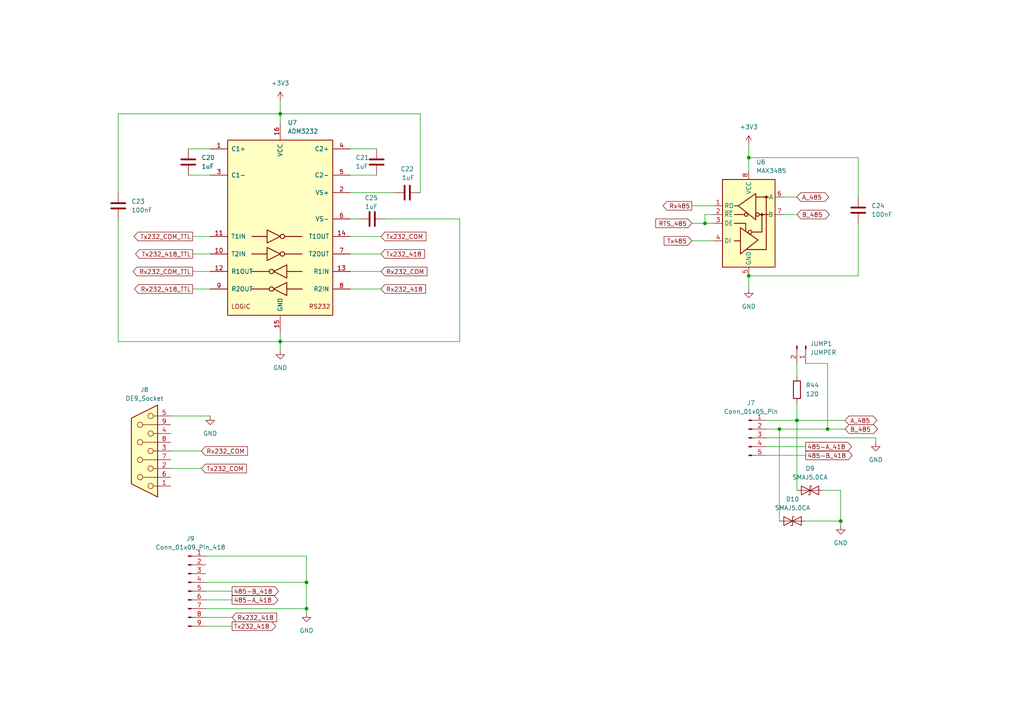
<source format=kicad_sch>
(kicad_sch (version 20250114) (generator "eeschema") (generator_version "9.0")
  (paper "A4")
  (title_block (title "com RS232-485 ") (date "2025-07-26") (rev "V2") (company "TTS") (comment 1 "EP"))
  (lib_symbols
    (symbol "Connector:Conn_01x02_Pin" (pin_names (offset 1.016) (hide yes))
      (property "Reference" "J" (at 0 2.54 0))
      (property "Value" "Conn_01x02_Pin" (at 0 -5.08 0))
      (symbol "Conn_01x02_Pin_1_1"
        (rectangle (start 0.8636 0.127) (end 0 -0.127) (stroke (width 0.1524)) (fill (type outline)))
        (rectangle (start 0.8636 -2.413) (end 0 -2.667) (stroke (width 0.1524)) (fill (type outline)))
        (polyline (pts (xy 1.27 0) (xy 0.8636 0)) (stroke (width 0.1524)))
        (polyline (pts (xy 1.27 -2.54) (xy 0.8636 -2.54)) (stroke (width 0.1524)))
        (pin passive line (at 5.08 0 180) (length 3.81) (name "Pin_1") (number "1"))
        (pin passive line (at 5.08 -2.54 180) (length 3.81) (name "Pin_2") (number "2"))
      )
    )
    (symbol "Connector:Conn_01x05_Pin" (pin_names (offset 1.016) (hide yes))
      (property "Reference" "J" (at 0 7.62 0))
      (property "Value" "Conn_01x05_Pin" (at 0 -7.62 0))
      (symbol "Conn_01x05_Pin_1_1"
        (rectangle (start 0.8636 5.207) (end 0 4.953) (stroke (width 0.1524)) (fill (type outline)))
        (rectangle (start 0.8636 2.667) (end 0 2.413) (stroke (width 0.1524)) (fill (type outline)))
        (rectangle (start 0.8636 0.127) (end 0 -0.127) (stroke (width 0.1524)) (fill (type outline)))
        (rectangle (start 0.8636 -2.413) (end 0 -2.667) (stroke (width 0.1524)) (fill (type outline)))
        (rectangle (start 0.8636 -4.953) (end 0 -5.207) (stroke (width 0.1524)) (fill (type outline)))
        (polyline (pts (xy 1.27 5.08) (xy 0.8636 5.08)) (stroke (width 0.1524)))
        (polyline (pts (xy 1.27 2.54) (xy 0.8636 2.54)) (stroke (width 0.1524)))
        (polyline (pts (xy 1.27 0) (xy 0.8636 0)) (stroke (width 0.1524)))
        (polyline (pts (xy 1.27 -2.54) (xy 0.8636 -2.54)) (stroke (width 0.1524)))
        (polyline (pts (xy 1.27 -5.08) (xy 0.8636 -5.08)) (stroke (width 0.1524)))
        (pin passive line (at 5.08 5.08 180) (length 3.81) (name "Pin_1") (number "1"))
        (pin passive line (at 5.08 2.54 180) (length 3.81) (name "Pin_2") (number "2"))
        (pin passive line (at 5.08 0 180) (length 3.81) (name "Pin_3") (number "3"))
        (pin passive line (at 5.08 -2.54 180) (length 3.81) (name "Pin_4") (number "4"))
        (pin passive line (at 5.08 -5.08 180) (length 3.81) (name "Pin_5") (number "5"))
      )
    )
    (symbol "Connector:Conn_01x09_Pin" (pin_names (offset 1.016) (hide yes))
      (property "Reference" "J" (at 0 12.7 0))
      (property "Value" "Conn_01x09_Pin" (at 0 -12.7 0))
      (symbol "Conn_01x09_Pin_1_1"
        (rectangle (start 0.8636 10.287) (end 0 10.033) (stroke (width 0.1524)) (fill (type outline)))
        (rectangle (start 0.8636 7.747) (end 0 7.493) (stroke (width 0.1524)) (fill (type outline)))
        (rectangle (start 0.8636 5.207) (end 0 4.953) (stroke (width 0.1524)) (fill (type outline)))
        (rectangle (start 0.8636 2.667) (end 0 2.413) (stroke (width 0.1524)) (fill (type outline)))
        (rectangle (start 0.8636 0.127) (end 0 -0.127) (stroke (width 0.1524)) (fill (type outline)))
        (rectangle (start 0.8636 -2.413) (end 0 -2.667) (stroke (width 0.1524)) (fill (type outline)))
        (rectangle (start 0.8636 -4.953) (end 0 -5.207) (stroke (width 0.1524)) (fill (type outline)))
        (rectangle (start 0.8636 -7.493) (end 0 -7.747) (stroke (width 0.1524)) (fill (type outline)))
        (rectangle (start 0.8636 -10.033) (end 0 -10.287) (stroke (width 0.1524)) (fill (type outline)))
        (polyline (pts (xy 1.27 10.16) (xy 0.8636 10.16)) (stroke (width 0.1524)))
        (polyline (pts (xy 1.27 7.62) (xy 0.8636 7.62)) (stroke (width 0.1524)))
        (polyline (pts (xy 1.27 5.08) (xy 0.8636 5.08)) (stroke (width 0.1524)))
        (polyline (pts (xy 1.27 2.54) (xy 0.8636 2.54)) (stroke (width 0.1524)))
        (polyline (pts (xy 1.27 0) (xy 0.8636 0)) (stroke (width 0.1524)))
        (polyline (pts (xy 1.27 -2.54) (xy 0.8636 -2.54)) (stroke (width 0.1524)))
        (polyline (pts (xy 1.27 -5.08) (xy 0.8636 -5.08)) (stroke (width 0.1524)))
        (polyline (pts (xy 1.27 -7.62) (xy 0.8636 -7.62)) (stroke (width 0.1524)))
        (polyline (pts (xy 1.27 -10.16) (xy 0.8636 -10.16)) (stroke (width 0.1524)))
        (pin passive line (at 5.08 10.16 180) (length 3.81) (name "Pin_1") (number "1"))
        (pin passive line (at 5.08 7.62 180) (length 3.81) (name "Pin_2") (number "2"))
        (pin passive line (at 5.08 5.08 180) (length 3.81) (name "Pin_3") (number "3"))
        (pin passive line (at 5.08 2.54 180) (length 3.81) (name "Pin_4") (number "4"))
        (pin passive line (at 5.08 0 180) (length 3.81) (name "Pin_5") (number "5"))
        (pin passive line (at 5.08 -2.54 180) (length 3.81) (name "Pin_6") (number "6"))
        (pin passive line (at 5.08 -5.08 180) (length 3.81) (name "Pin_7") (number "7"))
        (pin passive line (at 5.08 -7.62 180) (length 3.81) (name "Pin_8") (number "8"))
        (pin passive line (at 5.08 -10.16 180) (length 3.81) (name "Pin_9") (number "9"))
      )
    )
    (symbol "Connector:DE9_Socket" (pin_names (offset 1.016) (hide yes))
      (property "Reference" "J" (at 0 13.97 0))
      (property "Value" "DE9_Socket" (at 0 -14.605 0))
      (symbol "DE9_Socket_0_1"
        (polyline (pts (xy -3.81 13.335) (xy -3.81 -13.335) (xy 3.81 -9.525) (xy 3.81 9.525) (xy -3.81 13.335)) (stroke (width 0.254)) (fill (type background)))
        (polyline (pts (xy -3.81 10.16) (xy -2.54 10.16)))
        (polyline (pts (xy -3.81 7.62) (xy 0.508 7.62)))
        (polyline (pts (xy -3.81 5.08) (xy -2.54 5.08)))
        (polyline (pts (xy -3.81 2.54) (xy 0.508 2.54)))
        (polyline (pts (xy -3.81 0) (xy -2.54 0)))
        (polyline (pts (xy -3.81 -2.54) (xy 0.508 -2.54)))
        (polyline (pts (xy -3.81 -5.08) (xy -2.54 -5.08)))
        (polyline (pts (xy -3.81 -7.62) (xy 0.508 -7.62)))
        (polyline (pts (xy -3.81 -10.16) (xy -2.54 -10.16)))
        (circle (center -1.778 10.16) (radius 0.762))
        (circle (center -1.778 5.08) (radius 0.762))
        (circle (center -1.778 0) (radius 0.762))
        (circle (center -1.778 -5.08) (radius 0.762))
        (circle (center -1.778 -10.16) (radius 0.762))
        (circle (center 1.27 7.62) (radius 0.762))
        (circle (center 1.27 2.54) (radius 0.762))
        (circle (center 1.27 -2.54) (radius 0.762))
        (circle (center 1.27 -7.62) (radius 0.762))
      )
      (symbol "DE9_Socket_1_1"
        (pin passive line (at -7.62 10.16 0) (length 3.81) (name "1") (number "1"))
        (pin passive line (at -7.62 7.62 0) (length 3.81) (name "6") (number "6"))
        (pin passive line (at -7.62 5.08 0) (length 3.81) (name "2") (number "2"))
        (pin passive line (at -7.62 2.54 0) (length 3.81) (name "7") (number "7"))
        (pin passive line (at -7.62 0 0) (length 3.81) (name "3") (number "3"))
        (pin passive line (at -7.62 -2.54 0) (length 3.81) (name "8") (number "8"))
        (pin passive line (at -7.62 -5.08 0) (length 3.81) (name "4") (number "4"))
        (pin passive line (at -7.62 -7.62 0) (length 3.81) (name "9") (number "9"))
        (pin passive line (at -7.62 -10.16 0) (length 3.81) (name "5") (number "5"))
      )
    )
    (symbol "Device:C" (pin_numbers (hide yes)) (pin_names (offset 0.254))
      (property "Reference" "C" (at 0.635 2.54 0))
      (property "Value" "C" (at 0.635 -2.54 0))
      (symbol "C_0_1"
        (polyline (pts (xy -2.032 0.762) (xy 2.032 0.762)) (stroke (width 0.508)))
        (polyline (pts (xy -2.032 -0.762) (xy 2.032 -0.762)) (stroke (width 0.508)))
      )
      (symbol "C_1_1"
        (pin passive line (at 0 3.81 270) (length 2.794) (name "~") (number "1"))
        (pin passive line (at 0 -3.81 90) (length 2.794) (name "~") (number "2"))
      )
    )
    (symbol "Device:R" (pin_numbers (hide yes)) (pin_names (offset 0))
      (property "Reference" "R" (at 2.032 0 90))
      (property "Value" "R" (at 0 0 90))
      (symbol "R_0_1"
        (rectangle (start -1.016 -2.54) (end 1.016 2.54) (stroke (width 0.254)))
      )
      (symbol "R_1_1"
        (pin passive line (at 0 3.81 270) (length 1.27) (name "~") (number "1"))
        (pin passive line (at 0 -3.81 90) (length 1.27) (name "~") (number "2"))
      )
    )
    (symbol "Diode:SMAJ5.0CA" (pin_numbers (hide yes)) (pin_names (offset 1.016) (hide yes))
      (property "Reference" "D" (at 0 2.54 0))
      (property "Value" "SMAJ5.0CA" (at 0 -2.54 0))
      (symbol "SMAJ5.0CA_0_1"
        (polyline (pts (xy -2.54 -1.27) (xy 0 0) (xy -2.54 1.27) (xy -2.54 -1.27)) (stroke (width 0.2032)))
        (polyline (pts (xy 0.508 1.27) (xy 0 1.27) (xy 0 -1.27) (xy -0.508 -1.27)) (stroke (width 0.2032)))
        (polyline (pts (xy 1.27 0) (xy -1.27 0)))
        (polyline (pts (xy 2.54 1.27) (xy 2.54 -1.27) (xy 0 0) (xy 2.54 1.27)) (stroke (width 0.2032)))
      )
      (symbol "SMAJ5.0CA_1_1"
        (pin passive line (at -3.81 0 0) (length 2.54) (name "A1") (number "1"))
        (pin passive line (at 3.81 0 180) (length 2.54) (name "A2") (number "2"))
      )
    )
    (symbol "Interface_UART:MAX3232" (pin_names (offset 1.016))
      (property "Reference" "U" (at -2.54 28.575 0))
      (property "Value" "MAX3232" (at -2.54 26.67 0))
      (symbol "MAX3232_0_0"
        (text "LOGIC" (at -11.43 -22.86 0) (effects (font (size 1.27 1.27))))
        (text "RS232" (at 11.43 -22.86 0) (effects (font (size 1.27 1.27))))
      )
      (symbol "MAX3232_0_1"
        (rectangle (start -15.24 -25.4) (end 15.24 25.4) (stroke (width 0.254)) (fill (type background)))
        (polyline (pts (xy -3.81 -0.635) (xy -3.81 -4.445) (xy 0 -2.54) (xy -3.81 -0.635)) (stroke (width 0.254)))
        (polyline (pts (xy -3.81 -2.54) (xy -8.255 -2.54)) (stroke (width 0.254)))
        (polyline (pts (xy -3.81 -5.715) (xy -3.81 -9.525) (xy 0 -7.62) (xy -3.81 -5.715)) (stroke (width 0.254)))
        (polyline (pts (xy -3.81 -7.62) (xy -8.255 -7.62)) (stroke (width 0.254)))
        (polyline (pts (xy -3.175 -12.7) (xy -8.255 -12.7)) (stroke (width 0.254)))
        (polyline (pts (xy -3.175 -17.78) (xy -8.255 -17.78)) (stroke (width 0.254)))
        (circle (center -2.54 -12.7) (radius 0.635) (stroke (width 0.254)))
        (circle (center -2.54 -17.78) (radius 0.635) (stroke (width 0.254)))
        (circle (center 0.635 -2.54) (radius 0.635) (stroke (width 0.254)))
        (circle (center 0.635 -7.62) (radius 0.635) (stroke (width 0.254)))
        (polyline (pts (xy 1.27 -2.54) (xy 6.35 -2.54)) (stroke (width 0.254)))
        (polyline (pts (xy 1.27 -7.62) (xy 6.35 -7.62)) (stroke (width 0.254)))
        (polyline (pts (xy 1.905 -10.795) (xy 1.905 -14.605) (xy -1.905 -12.7) (xy 1.905 -10.795)) (stroke (width 0.254)))
        (polyline (pts (xy 1.905 -12.7) (xy 6.35 -12.7)) (stroke (width 0.254)))
        (polyline (pts (xy 1.905 -15.875) (xy 1.905 -19.685) (xy -1.905 -17.78) (xy 1.905 -15.875)) (stroke (width 0.254)))
        (polyline (pts (xy 1.905 -17.78) (xy 6.35 -17.78)) (stroke (width 0.254)))
      )
      (symbol "MAX3232_1_1"
        (pin passive line (at -20.32 22.86 0) (length 5.08) (name "C1+") (number "1"))
        (pin passive line (at -20.32 15.24 0) (length 5.08) (name "C1-") (number "3"))
        (pin input line (at -20.32 -2.54 0) (length 5.08) (name "T1IN") (number "11"))
        (pin input line (at -20.32 -7.62 0) (length 5.08) (name "T2IN") (number "10"))
        (pin output line (at -20.32 -12.7 0) (length 5.08) (name "R1OUT") (number "12"))
        (pin output line (at -20.32 -17.78 0) (length 5.08) (name "R2OUT") (number "9"))
        (pin power_in line (at 0 30.48 270) (length 5.08) (name "VCC") (number "16"))
        (pin power_in line (at 0 -30.48 90) (length 5.08) (name "GND") (number "15"))
        (pin passive line (at 20.32 22.86 180) (length 5.08) (name "C2+") (number "4"))
        (pin passive line (at 20.32 15.24 180) (length 5.08) (name "C2-") (number "5"))
        (pin power_out line (at 20.32 10.16 180) (length 5.08) (name "VS+") (number "2"))
        (pin power_out line (at 20.32 2.54 180) (length 5.08) (name "VS-") (number "6"))
        (pin output line (at 20.32 -2.54 180) (length 5.08) (name "T1OUT") (number "14"))
        (pin output line (at 20.32 -7.62 180) (length 5.08) (name "T2OUT") (number "7"))
        (pin input line (at 20.32 -12.7 180) (length 5.08) (name "R1IN") (number "13"))
        (pin input line (at 20.32 -17.78 180) (length 5.08) (name "R2IN") (number "8"))
      )
    )
    (symbol "Interface_UART:MAX3485"
      (property "Reference" "U" (at -6.985 13.97 0))
      (property "Value" "MAX3485" (at 1.905 13.97 0))
      (symbol "MAX3485_0_1"
        (rectangle (start -7.62 12.7) (end 7.62 -12.7) (stroke (width 0.254)) (fill (type background)))
        (polyline (pts (xy -4.191 2.54) (xy -1.27 2.54)) (stroke (width 0.254)))
        (polyline (pts (xy -4.191 0) (xy -0.889 0) (xy -0.889 -2.286)) (stroke (width 0.254)))
        (polyline (pts (xy -3.175 5.08) (xy -4.191 5.08) (xy -4.064 5.08)) (stroke (width 0.254)))
        (polyline (pts (xy -2.54 -5.08) (xy -4.191 -5.08)) (stroke (width 0.254)))
        (polyline (pts (xy -2.413 -5.08) (xy -2.413 -1.27) (xy 2.667 -4.826) (xy -2.413 -8.89) (xy -2.413 -5.08)) (stroke (width 0.254)))
        (polyline (pts (xy -0.635 -7.62) (xy 5.08 -7.62)) (stroke (width 0.254)))
        (circle (center 0.381 -2.54) (radius 0.508) (stroke (width 0.254)))
        (polyline (pts (xy 0.889 -2.54) (xy 3.81 -2.54)) (stroke (width 0.254)))
        (polyline (pts (xy 2.032 7.62) (xy 5.715 7.62)) (stroke (width 0.254)))
        (polyline (pts (xy 3.048 2.54) (xy 5.715 2.54)) (stroke (width 0.254)))
        (circle (center 3.81 2.54) (radius 0.2794) (stroke (width 0.254)) (fill (type outline)))
        (polyline (pts (xy 3.81 -2.54) (xy 3.81 2.54)) (stroke (width 0.254)))
        (polyline (pts (xy 5.08 -7.62) (xy 5.08 7.62)) (stroke (width 0.254)))
      )
      (symbol "MAX3485_1_1"
        (circle (center -0.762 2.54) (radius 0.508) (stroke (width 0.254)))
        (polyline (pts (xy 2.032 4.826) (xy 2.032 8.636) (xy -3.048 5.08) (xy 2.032 1.016) (xy 2.032 4.826)) (stroke (width 0.254)))
        (circle (center 2.54 2.54) (radius 0.508) (stroke (width 0.254)))
        (circle (center 5.08 7.62) (radius 0.2794) (stroke (width 0.254)) (fill (type outline)))
        (pin output line (at -10.16 5.08 0) (length 2.54) (name "RO") (number "1"))
        (pin input line (at -10.16 2.54 0) (length 2.54) (name "~{RE}") (number "2"))
        (pin input line (at -10.16 0 0) (length 2.54) (name "DE") (number "3"))
        (pin input line (at -10.16 -5.08 0) (length 2.54) (name "DI") (number "4"))
        (pin power_in line (at 0 15.24 270) (length 2.54) (name "VCC") (number "8"))
        (pin power_in line (at 0 -15.24 90) (length 2.54) (name "GND") (number "5"))
        (pin bidirectional line (at 10.16 7.62 180) (length 2.54) (name "A") (number "6"))
        (pin bidirectional line (at 10.16 2.54 180) (length 2.54) (name "B") (number "7"))
      )
    )
    (symbol "power:+3V3" (power) (pin_numbers (hide yes)) (pin_names (offset 0) (hide yes))
      (property "Value" "+3V3" (at 0 3.556 0))
      (symbol "+3V3_0_1"
        (polyline (pts (xy -0.762 1.27) (xy 0 2.54)))
        (polyline (pts (xy 0 2.54) (xy 0.762 1.27)))
        (polyline (pts (xy 0 0) (xy 0 2.54)))
      )
      (symbol "+3V3_1_1"
        (pin power_in line (at 0 0 90) (length 0) (name "~") (number "1"))
      )
    )
    (symbol "power:GND" (power) (pin_numbers (hide yes)) (pin_names (offset 0) (hide yes))
      (property "Value" "GND" (at 0 -3.81 0))
      (symbol "GND_0_1"
        (polyline (pts (xy 0 0) (xy 0 -1.27) (xy 1.27 -1.27) (xy 0 -2.54) (xy -1.27 -1.27) (xy 0 -1.27)))
      )
      (symbol "GND_1_1"
        (pin power_in line (at 0 0 270) (length 0) (name "~") (number "1"))
      )
    )
  )
  (junction (at 226.06 124.46))
  (junction (at 81.28 33.02))
  (junction (at 217.17 80.01))
  (junction (at 204.47 64.77))
  (junction (at 243.84 151.13))
  (junction (at 88.9 176.53))
  (junction (at 81.28 99.06))
  (junction (at 240.03 124.46))
  (junction (at 217.17 45.72))
  (junction (at 231.14 121.92))
  (junction (at 88.9 168.91))
  (wire (pts (xy 88.9 176.53) (xy 88.9 177.8)))
  (wire (pts (xy 59.69 181.61) (xy 67.31 181.61)))
  (wire (pts (xy 121.92 55.88) (xy 121.92 33.02)))
  (wire (pts (xy 101.6 78.74) (xy 110.49 78.74)))
  (wire (pts (xy 222.25 124.46) (xy 226.06 124.46)))
  (wire (pts (xy 217.17 45.72) (xy 217.17 49.53)))
  (wire (pts (xy 217.17 41.91) (xy 217.17 45.72)))
  (wire (pts (xy 101.6 50.8) (xy 109.22 50.8)))
  (wire (pts (xy 59.69 179.07) (xy 67.31 179.07)))
  (wire (pts (xy 226.06 124.46) (xy 226.06 151.13)))
  (wire (pts (xy 243.84 151.13) (xy 243.84 152.4)))
  (wire (pts (xy 133.35 99.06) (xy 81.28 99.06)))
  (wire (pts (xy 59.69 161.29) (xy 88.9 161.29)))
  (wire (pts (xy 233.68 151.13) (xy 243.84 151.13)))
  (wire (pts (xy 54.61 43.18) (xy 60.96 43.18)))
  (wire (pts (xy 238.76 142.24) (xy 243.84 142.24)))
  (wire (pts (xy 34.29 55.88) (xy 34.29 33.02)))
  (wire (pts (xy 54.61 50.8) (xy 60.96 50.8)))
  (wire (pts (xy 204.47 62.23) (xy 204.47 64.77)))
  (wire (pts (xy 227.33 62.23) (xy 231.14 62.23)))
  (wire (pts (xy 34.29 63.5) (xy 34.29 99.06)))
  (wire (pts (xy 49.53 120.65) (xy 60.96 120.65)))
  (wire (pts (xy 55.88 68.58) (xy 60.96 68.58)))
  (wire (pts (xy 34.29 99.06) (xy 81.28 99.06)))
  (wire (pts (xy 101.6 43.18) (xy 109.22 43.18)))
  (wire (pts (xy 81.28 29.21) (xy 81.28 33.02)))
  (wire (pts (xy 101.6 55.88) (xy 114.3 55.88)))
  (wire (pts (xy 233.68 105.41) (xy 240.03 105.41)))
  (wire (pts (xy 88.9 168.91) (xy 88.9 176.53)))
  (wire (pts (xy 111.76 63.5) (xy 133.35 63.5)))
  (wire (pts (xy 81.28 96.52) (xy 81.28 99.06)))
  (wire (pts (xy 222.25 132.08) (xy 233.68 132.08)))
  (wire (pts (xy 101.6 73.66) (xy 110.49 73.66)))
  (wire (pts (xy 231.14 121.92) (xy 231.14 142.24)))
  (wire (pts (xy 81.28 33.02) (xy 81.28 35.56)))
  (wire (pts (xy 200.66 69.85) (xy 207.01 69.85)))
  (wire (pts (xy 59.69 176.53) (xy 88.9 176.53)))
  (wire (pts (xy 222.25 129.54) (xy 233.68 129.54)))
  (wire (pts (xy 101.6 83.82) (xy 110.49 83.82)))
  (wire (pts (xy 254 128.27) (xy 254 127)))
  (wire (pts (xy 59.69 171.45) (xy 67.31 171.45)))
  (wire (pts (xy 49.53 130.81) (xy 58.42 130.81)))
  (wire (pts (xy 204.47 64.77) (xy 207.01 64.77)))
  (wire (pts (xy 248.92 45.72) (xy 217.17 45.72)))
  (wire (pts (xy 88.9 161.29) (xy 88.9 168.91)))
  (wire (pts (xy 226.06 124.46) (xy 240.03 124.46)))
  (wire (pts (xy 248.92 64.77) (xy 248.92 80.01)))
  (wire (pts (xy 55.88 78.74) (xy 60.96 78.74)))
  (wire (pts (xy 207.01 62.23) (xy 204.47 62.23)))
  (wire (pts (xy 222.25 121.92) (xy 231.14 121.92)))
  (wire (pts (xy 59.69 173.99) (xy 67.31 173.99)))
  (wire (pts (xy 231.14 121.92) (xy 245.11 121.92)))
  (wire (pts (xy 101.6 63.5) (xy 104.14 63.5)))
  (wire (pts (xy 55.88 83.82) (xy 60.96 83.82)))
  (wire (pts (xy 101.6 68.58) (xy 110.49 68.58)))
  (wire (pts (xy 81.28 99.06) (xy 81.28 101.6)))
  (wire (pts (xy 240.03 124.46) (xy 245.11 124.46)))
  (wire (pts (xy 121.92 33.02) (xy 81.28 33.02)))
  (wire (pts (xy 34.29 33.02) (xy 81.28 33.02)))
  (wire (pts (xy 248.92 57.15) (xy 248.92 45.72)))
  (wire (pts (xy 227.33 57.15) (xy 231.14 57.15)))
  (wire (pts (xy 133.35 63.5) (xy 133.35 99.06)))
  (wire (pts (xy 217.17 80.01) (xy 217.17 83.82)))
  (wire (pts (xy 49.53 135.89) (xy 58.42 135.89)))
  (wire (pts (xy 200.66 64.77) (xy 204.47 64.77)))
  (wire (pts (xy 55.88 73.66) (xy 60.96 73.66)))
  (wire (pts (xy 231.14 105.41) (xy 231.14 109.22)))
  (wire (pts (xy 231.14 116.84) (xy 231.14 121.92)))
  (wire (pts (xy 243.84 142.24) (xy 243.84 151.13)))
  (wire (pts (xy 200.66 59.69) (xy 207.01 59.69)))
  (wire (pts (xy 240.03 105.41) (xy 240.03 124.46)))
  (wire (pts (xy 59.69 168.91) (xy 88.9 168.91)))
  (wire (pts (xy 254 127) (xy 222.25 127)))
  (wire (pts (xy 248.92 80.01) (xy 217.17 80.01)))
  (global_label "Tx232_COM_TTL" (shape output) (at 55.88 68.58 180) (property "Intersheetrefs" "${INTERSHEET_REFS}" (effects (hide yes))))
  (global_label "A_485" (shape bidirectional) (at 231.14 57.15 0) (property "Intersheetrefs" "${INTERSHEET_REFS}" (effects (hide yes))))
  (global_label "Tx232_418" (shape output) (at 67.31 181.61 0) (property "Intersheetrefs" "${INTERSHEET_REFS}" (effects (hide yes))))
  (global_label "Tx485" (shape input) (at 200.66 69.85 180) (property "Intersheetrefs" "${INTERSHEET_REFS}" (effects (hide yes))))
  (global_label "B_485" (shape bidirectional) (at 231.14 62.23 0) (property "Intersheetrefs" "${INTERSHEET_REFS}" (effects (hide yes))))
  (global_label "Rx232_COM" (shape input) (at 110.49 78.74 0) (property "Intersheetrefs" "${INTERSHEET_REFS}" (effects (hide yes))))
  (global_label "B_485" (shape bidirectional) (at 245.11 124.46 0) (property "Intersheetrefs" "${INTERSHEET_REFS}" (effects (hide yes))))
  (global_label "485-A_418" (shape output) (at 233.68 129.54 0) (property "Intersheetrefs" "${INTERSHEET_REFS}" (effects (hide yes))))
  (global_label "RTS_485" (shape input) (at 200.66 64.77 180) (property "Intersheetrefs" "${INTERSHEET_REFS}" (effects (hide yes))))
  (global_label "Rx485" (shape output) (at 200.66 59.69 180) (property "Intersheetrefs" "${INTERSHEET_REFS}" (effects (hide yes))))
  (global_label "485-A_418" (shape output) (at 67.31 173.99 0) (property "Intersheetrefs" "${INTERSHEET_REFS}" (effects (hide yes))))
  (global_label "Rx232_418" (shape input) (at 110.49 83.82 0) (property "Intersheetrefs" "${INTERSHEET_REFS}" (effects (hide yes))))
  (global_label "485-B_418" (shape output) (at 67.31 171.45 0) (property "Intersheetrefs" "${INTERSHEET_REFS}" (effects (hide yes))))
  (global_label "Rx232_COM_TTL" (shape output) (at 55.88 78.74 180) (property "Intersheetrefs" "${INTERSHEET_REFS}" (effects (hide yes))))
  (global_label "Tx232_418_TTL" (shape output) (at 55.88 73.66 180) (property "Intersheetrefs" "${INTERSHEET_REFS}" (effects (hide yes))))
  (global_label "Tx232_418" (shape input) (at 110.49 73.66 0) (property "Intersheetrefs" "${INTERSHEET_REFS}" (effects (hide yes))))
  (global_label "Rx232_COM" (shape input) (at 58.42 130.81 0) (property "Intersheetrefs" "${INTERSHEET_REFS}" (effects (hide yes))))
  (global_label "Tx232_COM" (shape input) (at 110.49 68.58 0) (property "Intersheetrefs" "${INTERSHEET_REFS}" (effects (hide yes))))
  (global_label "Rx232_418" (shape input) (at 67.31 179.07 0) (property "Intersheetrefs" "${INTERSHEET_REFS}" (effects (hide yes))))
  (global_label "Rx232_418_TTL" (shape output) (at 55.88 83.82 180) (property "Intersheetrefs" "${INTERSHEET_REFS}" (effects (hide yes))))
  (global_label "Tx232_COM" (shape input) (at 58.42 135.89 0) (property "Intersheetrefs" "${INTERSHEET_REFS}" (effects (hide yes))))
  (global_label "485-B_418" (shape output) (at 233.68 132.08 0) (property "Intersheetrefs" "${INTERSHEET_REFS}" (effects (hide yes))))
  (global_label "A_485" (shape bidirectional) (at 245.11 121.92 0) (property "Intersheetrefs" "${INTERSHEET_REFS}" (effects (hide yes))))
  (symbol (lib_id "power:GND") (at 217.17 83.82 0) (unit 1)
    (property "Reference" "#PWR049" (effects (hide yes)))
    (property "Value" "GND" (at 217.17 88.9 0))
    (property "Description" "Power symbol creates a global label with name \"GND\" , ground" (effects (hide yes)))
  )
  (symbol (lib_id "Device:C") (at 109.22 46.99 0) (unit 1)
    (property "Reference" "C21" (at 103.124 45.72 0) (effects (justify left)))
    (property "Value" "1uF" (at 103.124 48.26 0) (effects (justify left)))
    (property "Footprint" "Capacitor_SMD:C_0805_2012Metric_Pad1.18x1.45mm_HandSolder" (effects (hide yes)))
    (property "Description" "Unpolarized capacitor" (effects (hide yes)))
  )
  (symbol (lib_id "Diode:SMAJ5.0CA") (at 234.95 142.24 0) (unit 1)
    (property "Reference" "D9" (at 234.95 135.89 0))
    (property "Value" "SMAJ5.0CA" (at 234.95 138.43 0))
    (property "Footprint" "Diode_SMD:D_SMA" (effects (hide yes)))
    (property "Datasheet" "https://www.littelfuse.com/media?resourcetype=datasheets&itemid=75e32973-b177-4ee3-a0ff-cedaf1abdb93&filename=smaj-datasheet" (effects (hide yes)))
    (property "Description" "400W bidirectional Transient Voltage Suppressor, 5.0Vr, SMA(DO-214AC)" (effects (hide yes)))
  )
  (symbol (lib_id "Interface_UART:MAX3232") (at 81.28 66.04 0) (unit 1)
    (property "Reference" "U7" (at 83.4233 35.56 0) (effects (justify left)))
    (property "Value" "ADM3232" (at 83.4233 38.1 0) (effects (justify left)))
    (property "Footprint" "Package_SO:SOP-16_4.4x10.4mm_P1.27mm" (effects (hide yes)))
    (property "Datasheet" "https://datasheets.maximintegrated.com/en/ds/MAX3222-MAX3241.pdf" (effects (hide yes)))
    (property "Description" "3.0V to 5.5V, Low-Power, up to 1Mbps, True RS-232 Transceivers Using Four 0.1μF External Capacitors" (effects (hide yes)))
  )
  (symbol (lib_id "Interface_UART:MAX3485") (at 217.17 64.77 0) (unit 1)
    (property "Reference" "U6" (at 219.3133 46.99 0) (effects (justify left)))
    (property "Value" "MAX3485" (at 219.3133 49.53 0) (effects (justify left)))
    (property "Footprint" "Package_SO:SOIC-8_3.9x4.9mm_P1.27mm" (effects (hide yes)))
    (property "Datasheet" "https://datasheets.maximintegrated.com/en/ds/MAX3483-MAX3491.pdf" (effects (hide yes)))
    (property "Description" "True RS-485/RS-422, 10Mbps, Slew-Rate Limited, with low-power shutdown, with receiver/driver enable, 32 receiver drive capacitity, DIP-8 and SOIC-8" (effects (hide yes)))
  )
  (symbol (lib_id "Device:C") (at 107.95 63.5 90) (unit 1)
    (property "Reference" "C25" (at 107.696 57.404 90))
    (property "Value" "1uF" (at 107.696 59.944 90))
    (property "Footprint" "Capacitor_SMD:C_0805_2012Metric_Pad1.18x1.45mm_HandSolder" (effects (hide yes)))
    (property "Description" "Unpolarized capacitor" (effects (hide yes)))
  )
  (symbol (lib_id "Device:C") (at 34.29 59.69 0) (unit 1)
    (property "Reference" "C23" (at 38.1 58.4199 0) (effects (justify left)))
    (property "Value" "100nF" (at 38.1 60.9599 0) (effects (justify left)))
    (property "Footprint" "Capacitor_SMD:C_0805_2012Metric_Pad1.18x1.45mm_HandSolder" (effects (hide yes)))
    (property "Description" "Unpolarized capacitor" (effects (hide yes)))
  )
  (symbol (lib_id "Device:C") (at 54.61 46.99 0) (unit 1)
    (property "Reference" "C20" (at 58.42 45.7199 0) (effects (justify left)))
    (property "Value" "1uF" (at 58.42 48.2599 0) (effects (justify left)))
    (property "Footprint" "Capacitor_SMD:C_0805_2012Metric_Pad1.18x1.45mm_HandSolder" (effects (hide yes)))
    (property "Description" "Unpolarized capacitor" (effects (hide yes)))
  )
  (symbol (lib_id "power:GND") (at 88.9 177.8 0) (unit 1)
    (property "Reference" "#PWR054" (effects (hide yes)))
    (property "Value" "GND" (at 88.9 182.88 0))
    (property "Description" "Power symbol creates a global label with name \"GND\" , ground" (effects (hide yes)))
  )
  (symbol (lib_id "Connector:Conn_01x02_Pin") (at 233.68 100.33 270) (unit 1)
    (property "Reference" "JUMP1" (at 234.95 99.6949 90) (effects (justify left)))
    (property "Value" "JUMPER" (at 234.95 102.2349 90) (effects (justify left)))
    (property "Footprint" "Connector_PinHeader_2.54mm:PinHeader_1x02_P2.54mm_Vertical" (effects (hide yes)))
    (property "Description" "Generic connector, single row, 01x02, script generated" (effects (hide yes)))
  )
  (symbol (lib_id "power:+3V3") (at 217.17 41.91 0) (unit 1)
    (property "Reference" "#PWR048" (effects (hide yes)))
    (property "Value" "+3V3" (at 217.17 36.83 0))
    (property "Description" "Power symbol creates a global label with name \"+3V3\"" (effects (hide yes)))
  )
  (symbol (lib_id "Connector:Conn_01x09_Pin") (at 54.61 171.45 0) (unit 1)
    (property "Reference" "J9" (at 55.245 156.21 0))
    (property "Value" "Conn_01x09_Pin_418" (at 55.245 158.75 0))
    (property "Footprint" "Connector_Phoenix_MC:PhoenixContact_MCV_1,5_9-G-3.81_1x09_P3.81mm_Vertical" (effects (hide yes)))
    (property "Description" "Generic connector, single row, 01x09, script generated" (effects (hide yes)))
  )
  (symbol (lib_id "Diode:SMAJ5.0CA") (at 229.87 151.13 0) (unit 1)
    (property "Reference" "D10" (at 229.87 144.78 0))
    (property "Value" "SMAJ5.0CA" (at 229.87 147.32 0))
    (property "Footprint" "Diode_SMD:D_SMA" (effects (hide yes)))
    (property "Datasheet" "https://www.littelfuse.com/media?resourcetype=datasheets&itemid=75e32973-b177-4ee3-a0ff-cedaf1abdb93&filename=smaj-datasheet" (effects (hide yes)))
    (property "Description" "400W bidirectional Transient Voltage Suppressor, 5.0Vr, SMA(DO-214AC)" (effects (hide yes)))
  )
  (symbol (lib_id "power:GND") (at 81.28 101.6 0) (unit 1)
    (property "Reference" "#PWR050" (effects (hide yes)))
    (property "Value" "GND" (at 81.28 106.68 0))
    (property "Description" "Power symbol creates a global label with name \"GND\" , ground" (effects (hide yes)))
  )
  (symbol (lib_id "Connector:Conn_01x05_Pin") (at 217.17 127 0) (unit 1)
    (property "Reference" "J7" (at 217.805 116.84 0))
    (property "Value" "Conn_01x05_Pin" (at 217.805 119.38 0))
    (property "Footprint" "Connector_Phoenix_MC:PhoenixContact_MCV_1,5_5-G-3.81_1x05_P3.81mm_Vertical" (effects (hide yes)))
    (property "Description" "Generic connector, single row, 01x05, script generated" (effects (hide yes)))
  )
  (symbol (lib_id "power:GND") (at 243.84 152.4 0) (unit 1)
    (property "Reference" "#PWR053" (effects (hide yes)))
    (property "Value" "GND" (at 243.84 157.48 0))
    (property "Description" "Power symbol creates a global label with name \"GND\" , ground" (effects (hide yes)))
  )
  (symbol (lib_id "Device:C") (at 118.11 55.88 90) (unit 1)
    (property "Reference" "C22" (at 118.11 49.022 90))
    (property "Value" "1uF" (at 118.364 51.562 90))
    (property "Footprint" "Capacitor_SMD:C_0805_2012Metric_Pad1.18x1.45mm_HandSolder" (effects (hide yes)))
    (property "Description" "Unpolarized capacitor" (effects (hide yes)))
  )
  (symbol (lib_id "Device:C") (at 248.92 60.96 0) (unit 1)
    (property "Reference" "C24" (at 252.73 59.6899 0) (effects (justify left)))
    (property "Value" "100nF" (at 252.73 62.2299 0) (effects (justify left)))
    (property "Footprint" "Capacitor_SMD:C_0805_2012Metric_Pad1.18x1.45mm_HandSolder" (effects (hide yes)))
    (property "Description" "Unpolarized capacitor" (effects (hide yes)))
  )
  (symbol (lib_id "Device:R") (at 231.14 113.03 0) (unit 1)
    (property "Reference" "R44" (at 233.68 111.7599 0) (effects (justify left)))
    (property "Value" "120" (at 233.68 114.2999 0) (effects (justify left)))
    (property "Footprint" "Resistor_SMD:R_0805_2012Metric_Pad1.20x1.40mm_HandSolder" (effects (hide yes)))
    (property "Description" "Resistor" (effects (hide yes)))
  )
  (symbol (lib_id "power:GND") (at 60.96 120.65 0) (unit 1)
    (property "Reference" "#PWR051" (effects (hide yes)))
    (property "Value" "GND" (at 60.96 125.73 0))
    (property "Description" "Power symbol creates a global label with name \"GND\" , ground" (effects (hide yes)))
  )
  (symbol (lib_id "power:+3V3") (at 81.28 29.21 0) (unit 1)
    (property "Reference" "#PWR047" (effects (hide yes)))
    (property "Value" "+3V3" (at 81.28 24.13 0))
    (property "Description" "Power symbol creates a global label with name \"+3V3\"" (effects (hide yes)))
  )
  (symbol (lib_id "Connector:DE9_Socket") (at 41.91 130.81 180) (unit 1)
    (property "Reference" "J8" (at 41.91 113.03 0))
    (property "Value" "DE9_Socket" (at 41.91 115.57 0))
    (property "Footprint" "Connector_Dsub:DSUB-9_Socket_Horizontal_P2.77x2.84mm_EdgePinOffset7.70mm_Housed_MountingHolesOffset9.12mm" (effects (hide yes)))
    (property "Description" "9-pin D-SUB connector, socket (female)" (effects (hide yes)))
  )
  (symbol (lib_id "power:GND") (at 254 128.27 0) (unit 1)
    (property "Reference" "#PWR052" (effects (hide yes)))
    (property "Value" "GND" (at 254 133.35 0))
    (property "Description" "Power symbol creates a global label with name \"GND\" , ground" (effects (hide yes)))
  )
)
</source>
